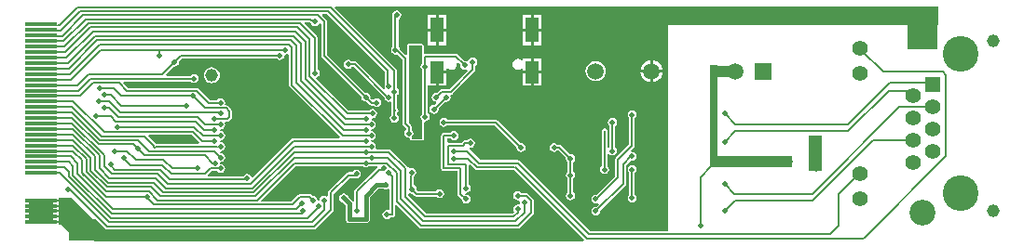
<source format=gbl>
G04*
G04 #@! TF.GenerationSoftware,Altium Limited,Altium Designer,18.1.7 (191)*
G04*
G04 Layer_Physical_Order=2*
G04 Layer_Color=16711680*
%FSLAX44Y44*%
%MOMM*%
G71*
G01*
G75*
%ADD10C,0.2000*%
%ADD13C,0.1500*%
%ADD82C,0.4000*%
%ADD125C,1.1520*%
%ADD126C,1.5080*%
%ADD127R,1.5080X1.5080*%
%ADD128C,1.3980*%
%ADD129C,2.3550*%
%ADD130C,3.2500*%
%ADD131R,1.3980X1.3980*%
%ADD132R,1.2000X2.0000*%
%ADD133R,1.2000X2.3000*%
%ADD134C,0.5080*%
%ADD135C,1.0000*%
%ADD136R,3.0000X0.3500*%
%ADD137R,2.8000X3.8000*%
%ADD138R,24.9000X1.7000*%
%ADD139R,2.5000X1.1000*%
%ADD140R,0.7000X9.3000*%
%ADD141R,6.9000X1.0000*%
%ADD142R,1.3000X3.2000*%
%ADD143R,2.7000X3.1000*%
%ADD144R,37.7000X1.0000*%
%ADD145R,2.3000X2.1000*%
G36*
X410427Y457874D02*
Y430000D01*
X410622Y429015D01*
X411180Y428180D01*
X456517Y382844D01*
X455991Y381573D01*
X414000D01*
X413015Y381378D01*
X412180Y380820D01*
X377260Y345899D01*
X375882Y346317D01*
X375828Y346586D01*
X374930Y347930D01*
X373586Y348828D01*
X372000Y349144D01*
X370414Y348828D01*
X369070Y347930D01*
X368172Y346586D01*
X368169Y346573D01*
X337009D01*
X336483Y347843D01*
X340066Y351427D01*
X344832D01*
X345070Y351070D01*
X346414Y350172D01*
X348000Y349856D01*
X349586Y350172D01*
X350930Y351070D01*
X351828Y352414D01*
X352144Y354000D01*
X351828Y355586D01*
X350930Y356930D01*
X349586Y357828D01*
X348250Y358094D01*
X347782Y359000D01*
X348250Y359906D01*
X349586Y360172D01*
X350930Y361070D01*
X351828Y362414D01*
X352144Y364000D01*
X351828Y365586D01*
X350930Y366930D01*
X349586Y367828D01*
X348000Y368144D01*
X347882Y368120D01*
X347373Y368686D01*
X348000Y369856D01*
X349586Y370172D01*
X350930Y371070D01*
X351828Y372414D01*
X352144Y374000D01*
X351828Y375586D01*
X350930Y376930D01*
X349586Y377828D01*
X348000Y378144D01*
X347292Y379000D01*
X348000Y379856D01*
X349586Y380172D01*
X350930Y381070D01*
X351828Y382414D01*
X352144Y384000D01*
X351828Y385586D01*
X350930Y386930D01*
X349586Y387828D01*
X348000Y388144D01*
X347292Y389000D01*
X348000Y389856D01*
X349586Y390172D01*
X350930Y391070D01*
X351828Y392414D01*
X352144Y394000D01*
X351914Y395157D01*
X352677Y396427D01*
X354000D01*
X354985Y396622D01*
X355820Y397180D01*
X357820Y399180D01*
X358378Y400015D01*
X358573Y401000D01*
Y406000D01*
X358378Y406985D01*
X357820Y407820D01*
X354820Y410820D01*
X353985Y411378D01*
X353000Y411573D01*
X352677D01*
X351914Y412844D01*
X352144Y414000D01*
X351828Y415586D01*
X350930Y416930D01*
X349586Y417828D01*
X348000Y418144D01*
X346414Y417828D01*
X345070Y416930D01*
X344832Y416573D01*
X338066D01*
X327820Y426820D01*
X326985Y427378D01*
X326000Y427573D01*
X264066D01*
X259386Y432253D01*
X259872Y433427D01*
X320832D01*
X321070Y433070D01*
X322414Y432172D01*
X324000Y431856D01*
X325586Y432172D01*
X326930Y433070D01*
X327828Y434414D01*
X328144Y436000D01*
X327828Y437586D01*
X326930Y438930D01*
X325586Y439828D01*
X324000Y440144D01*
X322414Y439828D01*
X321070Y438930D01*
X320832Y438573D01*
X298872D01*
X298386Y439747D01*
X305579Y446940D01*
X306000Y446856D01*
X307586Y447172D01*
X308930Y448070D01*
X309828Y449414D01*
X310144Y451000D01*
X310060Y451421D01*
X313066Y454426D01*
X398832D01*
X399070Y454070D01*
X400414Y453172D01*
X402000Y452856D01*
X403586Y453172D01*
X404930Y454070D01*
X405828Y455414D01*
X406092Y456742D01*
X406809Y457665D01*
X407000Y457856D01*
X408586Y458172D01*
X409157Y458553D01*
X410427Y457874D01*
D02*
G37*
G36*
X755000Y502000D02*
X755000Y296573D01*
X684066D01*
X619820Y360820D01*
X619820Y360820D01*
X618985Y361378D01*
X618000Y361573D01*
X584066D01*
X573820Y371820D01*
X574365Y372983D01*
X575000Y372856D01*
X576586Y373172D01*
X577930Y374070D01*
X578828Y375414D01*
X579144Y377000D01*
X578828Y378586D01*
X577930Y379930D01*
X576586Y380828D01*
X575000Y381144D01*
X573414Y380828D01*
X572070Y379930D01*
X571832Y379574D01*
X570000D01*
X569015Y379378D01*
X568180Y378820D01*
X566934Y377573D01*
X555000D01*
X554843Y377542D01*
X553573Y378494D01*
Y381427D01*
X556832D01*
X557070Y381070D01*
X558414Y380172D01*
X560000Y379856D01*
X561586Y380172D01*
X562930Y381070D01*
X563828Y382414D01*
X564144Y384000D01*
X563828Y385586D01*
X562930Y386930D01*
X561586Y387828D01*
X560000Y388144D01*
X558414Y387828D01*
X557070Y386930D01*
X556832Y386573D01*
X551000D01*
X550015Y386378D01*
X549180Y385820D01*
X548622Y384985D01*
X548427Y384000D01*
Y354000D01*
X548622Y353015D01*
X549180Y352180D01*
X550015Y351622D01*
X551000Y351427D01*
X563427D01*
Y331000D01*
X563622Y330015D01*
X564180Y329180D01*
X566940Y326421D01*
X566856Y326000D01*
X567172Y324414D01*
X568070Y323070D01*
X569414Y322172D01*
X571000Y321856D01*
X572586Y322172D01*
X573930Y323070D01*
X574828Y324414D01*
X575144Y326000D01*
X574828Y327586D01*
X573930Y328930D01*
X572586Y329828D01*
X571000Y330144D01*
X570882Y330120D01*
X570372Y330686D01*
X571000Y331856D01*
X572586Y332172D01*
X573930Y333070D01*
X574828Y334414D01*
X575144Y336000D01*
X574828Y337586D01*
X573930Y338930D01*
X573573Y339168D01*
Y356991D01*
X574843Y357517D01*
X579180Y353180D01*
X580015Y352622D01*
X581000Y352426D01*
X614934D01*
X678341Y289020D01*
X677814Y287750D01*
X233000Y287750D01*
Y295000D01*
X211000Y295000D01*
X203000Y303000D01*
X201000D01*
Y327000D01*
X213000D01*
X233000Y307000D01*
Y307701D01*
X234173Y308187D01*
X243180Y299180D01*
X244015Y298622D01*
X245000Y298427D01*
X432839D01*
X433823Y298622D01*
X434658Y299180D01*
X449820Y314342D01*
X450378Y315177D01*
X450573Y316161D01*
Y330934D01*
X465066Y345426D01*
X469533D01*
X469914Y345172D01*
X471500Y344856D01*
X473086Y345172D01*
X474430Y346070D01*
X475328Y347414D01*
X475644Y349000D01*
X475328Y350586D01*
X474430Y351930D01*
X473086Y352828D01*
X471500Y353144D01*
X469914Y352828D01*
X468570Y351930D01*
X467672Y350586D01*
X467669Y350573D01*
X464000D01*
X463015Y350378D01*
X462180Y349820D01*
X446180Y333820D01*
X445622Y332985D01*
X445426Y332000D01*
Y329126D01*
X444156Y328447D01*
X443586Y328828D01*
X442000Y329144D01*
X440414Y328828D01*
X439070Y327930D01*
X438172Y326586D01*
X437908Y325258D01*
X437589Y324847D01*
X436539Y324877D01*
X436120Y325118D01*
X435828Y326586D01*
X434930Y327930D01*
X433586Y328828D01*
X432000Y329144D01*
X431580Y329060D01*
X430820Y329820D01*
X429985Y330378D01*
X429000Y330574D01*
X420000D01*
X419015Y330378D01*
X418180Y329820D01*
X412030Y323669D01*
X385072D01*
X384546Y324939D01*
X416033Y356427D01*
X476832D01*
X477070Y356070D01*
X478414Y355172D01*
X480000Y354856D01*
X481586Y355172D01*
X482930Y356070D01*
X483168Y356427D01*
X490299D01*
X490684Y355157D01*
X490180Y354820D01*
X470180Y334820D01*
X469622Y333985D01*
X469426Y333000D01*
Y323830D01*
X469402Y323820D01*
X468157Y323619D01*
X467541Y324541D01*
X463911Y328171D01*
X463828Y328586D01*
X462930Y329930D01*
X461586Y330828D01*
X460000Y331144D01*
X458414Y330828D01*
X457070Y329930D01*
X456172Y328586D01*
X455856Y327000D01*
X456172Y325414D01*
X457070Y324070D01*
X458414Y323172D01*
X458829Y323089D01*
X461407Y320512D01*
Y308000D01*
X461680Y306625D01*
X462459Y305459D01*
X463625Y304681D01*
X465000Y304407D01*
X480000D01*
X481375Y304681D01*
X482541Y305459D01*
X483320Y306625D01*
X483593Y308000D01*
Y327512D01*
X491488Y335407D01*
X496062D01*
X496414Y335172D01*
X498000Y334856D01*
X499586Y335172D01*
X500157Y335553D01*
X501427Y334874D01*
Y316677D01*
X500157Y315914D01*
X499000Y316144D01*
X497414Y315828D01*
X496070Y314930D01*
X495172Y313586D01*
X494856Y312000D01*
X495172Y310414D01*
X496070Y309070D01*
X497414Y308172D01*
X499000Y307856D01*
X500586Y308172D01*
X501930Y309070D01*
X502168Y309426D01*
X504000D01*
X504985Y309622D01*
X505820Y310180D01*
X506378Y311015D01*
X506573Y312000D01*
Y320128D01*
X507747Y320614D01*
X528180Y300180D01*
X529015Y299622D01*
X530000Y299427D01*
X618000D01*
X618985Y299622D01*
X619820Y300180D01*
X631820Y312180D01*
X632378Y313015D01*
X632574Y314000D01*
Y325000D01*
X632378Y325985D01*
X631820Y326820D01*
X627820Y330820D01*
X626985Y331378D01*
X626000Y331573D01*
X621168D01*
X620930Y331930D01*
X619586Y332828D01*
X618000Y333144D01*
X616414Y332828D01*
X615070Y331930D01*
X614172Y330586D01*
X613856Y329000D01*
X614172Y327414D01*
X615070Y326070D01*
X616414Y325172D01*
X618000Y324856D01*
X619072Y325070D01*
X619102Y325056D01*
X620056Y324102D01*
X620070Y324072D01*
X619856Y323000D01*
X620070Y321928D01*
X620056Y321898D01*
X619102Y320944D01*
X619072Y320930D01*
X618000Y321144D01*
X616414Y320828D01*
X615070Y319930D01*
X614172Y318586D01*
X613856Y317000D01*
X614172Y315414D01*
X614814Y314453D01*
X612934Y312573D01*
X535066D01*
X518573Y329066D01*
Y330874D01*
X519843Y331553D01*
X520414Y331172D01*
X522000Y330856D01*
X522421Y330940D01*
X524180Y329180D01*
X525015Y328622D01*
X526000Y328427D01*
X543832D01*
X544070Y328070D01*
X545414Y327172D01*
X547000Y326856D01*
X548586Y327172D01*
X549930Y328070D01*
X550828Y329414D01*
X551144Y331000D01*
X550828Y332586D01*
X549930Y333930D01*
X548586Y334828D01*
X547000Y335144D01*
X545414Y334828D01*
X544070Y333930D01*
X543832Y333573D01*
X527066D01*
X526060Y334579D01*
X526144Y335000D01*
X525828Y336586D01*
X524930Y337930D01*
X523586Y338828D01*
X523573Y338831D01*
Y346998D01*
X524430Y347570D01*
X525328Y348914D01*
X525644Y350500D01*
X525328Y352086D01*
X524430Y353430D01*
X523086Y354328D01*
X521500Y354644D01*
X519914Y354328D01*
X519816Y354263D01*
X518405Y354847D01*
X518378Y354985D01*
X517820Y355820D01*
X502820Y370820D01*
X501985Y371378D01*
X501000Y371573D01*
X489678D01*
X488914Y372844D01*
X489144Y374000D01*
X488828Y375586D01*
X487930Y376930D01*
X486586Y377828D01*
X485258Y378092D01*
X485131Y378191D01*
X484925Y379485D01*
X485179Y379892D01*
X486586Y380172D01*
X487930Y381070D01*
X488828Y382414D01*
X489144Y384000D01*
X488828Y385586D01*
X487930Y386930D01*
X486586Y387828D01*
X485258Y388092D01*
X485131Y388191D01*
X484925Y389485D01*
X485179Y389892D01*
X486586Y390172D01*
X487930Y391070D01*
X488828Y392414D01*
X489144Y394000D01*
X488828Y395586D01*
X487930Y396930D01*
X486586Y397828D01*
X485073Y398129D01*
X485004Y398236D01*
X485028Y398755D01*
X486000Y399856D01*
X487586Y400172D01*
X488930Y401070D01*
X489828Y402414D01*
X490144Y404000D01*
X489828Y405586D01*
X488930Y406930D01*
X487586Y407828D01*
X486000Y408144D01*
X484414Y407828D01*
X483070Y406930D01*
X482832Y406573D01*
X464066D01*
X434899Y435740D01*
X435317Y437118D01*
X435586Y437172D01*
X436930Y438070D01*
X437828Y439414D01*
X438144Y441000D01*
X437828Y442586D01*
X436930Y443930D01*
X436573Y444168D01*
Y473000D01*
X436378Y473985D01*
X435820Y474820D01*
X424242Y486397D01*
X424728Y487570D01*
X428790D01*
X430180Y486180D01*
X430447Y486002D01*
X431070Y485070D01*
X432414Y484172D01*
X434000Y483856D01*
X435586Y484172D01*
X436930Y485070D01*
X437391Y485760D01*
X438911Y486144D01*
X439038Y486113D01*
X439427Y485824D01*
Y457000D01*
X439622Y456015D01*
X440180Y455180D01*
X475940Y419421D01*
X475856Y419000D01*
X476172Y417414D01*
X477070Y416070D01*
X478414Y415172D01*
X480000Y414856D01*
X480421Y414940D01*
X483180Y412180D01*
X484015Y411622D01*
X485000Y411427D01*
X486832D01*
X487070Y411070D01*
X488414Y410172D01*
X490000Y409856D01*
X491586Y410172D01*
X492930Y411070D01*
X493828Y412414D01*
X494144Y414000D01*
X493828Y415586D01*
X492930Y416930D01*
X491586Y417828D01*
X490000Y418144D01*
X488414Y417828D01*
X487070Y416930D01*
X485707Y416932D01*
X484060Y418579D01*
X484144Y419000D01*
X483828Y420586D01*
X482930Y421930D01*
X481586Y422828D01*
X480000Y423144D01*
X479580Y423060D01*
X444574Y458066D01*
Y488000D01*
X444378Y488985D01*
X443820Y489820D01*
X440194Y493445D01*
X440680Y494618D01*
X444742D01*
X497426Y441934D01*
Y430967D01*
X497172Y430586D01*
X496856Y429000D01*
X497172Y427414D01*
X497475Y426960D01*
X496489Y426151D01*
X471820Y450820D01*
X470985Y451378D01*
X470000Y451573D01*
X467168D01*
X466930Y451930D01*
X465586Y452828D01*
X464000Y453144D01*
X462414Y452828D01*
X461070Y451930D01*
X460172Y450586D01*
X459856Y449000D01*
X460172Y447414D01*
X461070Y446070D01*
X462414Y445172D01*
X464000Y444856D01*
X465586Y445172D01*
X466930Y446070D01*
X467168Y446427D01*
X468934D01*
X496979Y418381D01*
X497172Y417414D01*
X498070Y416070D01*
X499414Y415172D01*
X501000Y414856D01*
X502156Y415086D01*
X503427Y414323D01*
Y408000D01*
X503526Y407500D01*
X503427Y407000D01*
Y403168D01*
X503070Y402930D01*
X502172Y401586D01*
X501856Y400000D01*
X502172Y398414D01*
X503070Y397070D01*
X504414Y396172D01*
X506000Y395856D01*
X507586Y396172D01*
X508930Y397070D01*
X509828Y398414D01*
X510144Y400000D01*
X509828Y401586D01*
X508930Y402930D01*
X508573Y403168D01*
Y404934D01*
X508820Y405180D01*
X509378Y406015D01*
X509574Y407000D01*
Y407000D01*
X509378Y407985D01*
X508820Y408820D01*
X508573Y409066D01*
Y420832D01*
X508930Y421070D01*
X509828Y422414D01*
X510144Y424000D01*
X509828Y425586D01*
X508930Y426930D01*
X508573Y427168D01*
Y443000D01*
X508378Y443985D01*
X507820Y444820D01*
X451813Y500827D01*
X452299Y502000D01*
X755000Y502000D01*
D02*
G37*
G36*
X328517Y377843D02*
X327991Y376573D01*
X289000D01*
X288986Y376571D01*
X288820Y376820D01*
X282386Y383253D01*
X282872Y384426D01*
X321934D01*
X328517Y377843D01*
D02*
G37*
%LPC*%
G36*
X340000Y446347D02*
X338098Y446096D01*
X336327Y445363D01*
X334805Y444195D01*
X333638Y442673D01*
X332904Y440901D01*
X332653Y439000D01*
X332904Y437099D01*
X333638Y435327D01*
X334805Y433805D01*
X336327Y432637D01*
X338098Y431903D01*
X340000Y431653D01*
X341902Y431903D01*
X343673Y432637D01*
X345195Y433805D01*
X346363Y435327D01*
X347096Y437099D01*
X347347Y439000D01*
X347096Y440901D01*
X346363Y442673D01*
X345195Y444195D01*
X343673Y445363D01*
X341902Y446096D01*
X340000Y446347D01*
D02*
G37*
G36*
X639740Y494470D02*
X632470D01*
Y481700D01*
X639740D01*
Y494470D01*
D02*
G37*
G36*
X553240D02*
X545970D01*
Y481700D01*
X553240D01*
Y494470D01*
D02*
G37*
G36*
X629930D02*
X622660D01*
Y481700D01*
X629930D01*
Y494470D01*
D02*
G37*
G36*
X543430D02*
X536160D01*
Y481700D01*
X543430D01*
Y494470D01*
D02*
G37*
G36*
X639740Y479160D02*
X632470D01*
Y466390D01*
X639740D01*
Y479160D01*
D02*
G37*
G36*
X629930D02*
X622660D01*
Y466390D01*
X629930D01*
Y479160D01*
D02*
G37*
G36*
X553240D02*
X545970D01*
Y466390D01*
X553240D01*
Y479160D01*
D02*
G37*
G36*
X543430D02*
X536160D01*
Y466390D01*
X543430D01*
Y479160D01*
D02*
G37*
G36*
X629930Y454370D02*
X622660D01*
Y452905D01*
X621692Y452537D01*
X621390Y452477D01*
X619863Y453497D01*
X618000Y453867D01*
X616137Y453497D01*
X614558Y452442D01*
X613503Y450863D01*
X613133Y449000D01*
X613503Y447137D01*
X614558Y445558D01*
X616137Y444503D01*
X618000Y444132D01*
X619863Y444503D01*
X621390Y445523D01*
X621692Y445463D01*
X622660Y445095D01*
Y443100D01*
X629930D01*
Y454370D01*
D02*
G37*
G36*
X740870Y452680D02*
Y443950D01*
X749600D01*
X749420Y445311D01*
X748405Y447763D01*
X746789Y449869D01*
X744684Y451485D01*
X742231Y452500D01*
X740870Y452680D01*
D02*
G37*
G36*
X738330D02*
X736969Y452500D01*
X734517Y451485D01*
X732411Y449869D01*
X730795Y447763D01*
X729780Y445311D01*
X729600Y443950D01*
X738330D01*
Y452680D01*
D02*
G37*
G36*
X639740Y454370D02*
X632470D01*
Y443100D01*
X639740D01*
Y454370D01*
D02*
G37*
G36*
X688800Y451822D02*
X686434Y451511D01*
X684229Y450597D01*
X682336Y449145D01*
X680883Y447251D01*
X679969Y445046D01*
X679658Y442680D01*
X679969Y440314D01*
X680883Y438109D01*
X682336Y436216D01*
X684229Y434763D01*
X686434Y433849D01*
X688800Y433538D01*
X691166Y433849D01*
X693371Y434763D01*
X695265Y436216D01*
X696717Y438109D01*
X697631Y440314D01*
X697942Y442680D01*
X697631Y445046D01*
X696717Y447251D01*
X695265Y449145D01*
X693371Y450597D01*
X691166Y451511D01*
X688800Y451822D01*
D02*
G37*
G36*
X749600Y441410D02*
X740870D01*
Y432680D01*
X742231Y432859D01*
X744684Y433875D01*
X746789Y435491D01*
X748405Y437597D01*
X749420Y440049D01*
X749600Y441410D01*
D02*
G37*
G36*
X738330D02*
X729600D01*
X729780Y440049D01*
X730795Y437597D01*
X732411Y435491D01*
X734517Y433875D01*
X736969Y432859D01*
X738330Y432680D01*
Y441410D01*
D02*
G37*
G36*
X639740Y440560D02*
X632470D01*
Y429290D01*
X639740D01*
Y440560D01*
D02*
G37*
G36*
X629930D02*
X622660D01*
Y429290D01*
X629930D01*
Y440560D01*
D02*
G37*
G36*
X553240D02*
X545970D01*
Y429290D01*
X553240D01*
Y440560D01*
D02*
G37*
G36*
X508000Y498144D02*
X506414Y497828D01*
X505070Y496930D01*
X504172Y495586D01*
X503856Y494000D01*
X504172Y492414D01*
X504427Y492033D01*
Y465168D01*
X504070Y464930D01*
X503172Y463586D01*
X502856Y462000D01*
X503172Y460414D01*
X504070Y459070D01*
X505414Y458172D01*
X507000Y457856D01*
X508255Y458106D01*
X513427Y452934D01*
Y395000D01*
X513622Y394015D01*
X514180Y393180D01*
X516706Y390655D01*
X516614Y389294D01*
X516070Y388930D01*
X515172Y387586D01*
X514856Y386000D01*
X515172Y384414D01*
X516070Y383070D01*
X517414Y382172D01*
X518719Y381912D01*
X519847Y381420D01*
X520016Y380848D01*
X520159Y380269D01*
X520193Y380248D01*
X520204Y380210D01*
X520404Y379963D01*
X520485Y379919D01*
X520520Y379834D01*
X521029Y379623D01*
X521513Y379360D01*
X521601Y379386D01*
X521687Y379350D01*
X531000Y379350D01*
X532166Y379834D01*
X532650Y381000D01*
Y396124D01*
X533631Y396930D01*
X534000Y396856D01*
X535586Y397172D01*
X536930Y398070D01*
X537828Y399414D01*
X538144Y401000D01*
X537828Y402586D01*
X536930Y403930D01*
X536573Y404168D01*
Y429290D01*
X543430D01*
Y441830D01*
X544700D01*
Y443100D01*
X553240D01*
Y445245D01*
X554510Y445630D01*
X554558Y445558D01*
X556137Y444503D01*
X558000Y444132D01*
X559863Y444503D01*
X561442Y445558D01*
X562497Y447137D01*
X562868Y449000D01*
X562695Y449870D01*
X563865Y450496D01*
X565940Y448420D01*
X565856Y448000D01*
X566172Y446414D01*
X567070Y445070D01*
X568414Y444172D01*
X570000Y443856D01*
X571586Y444172D01*
X572039Y444475D01*
X572849Y443489D01*
X555934Y426573D01*
X549000D01*
X548015Y426378D01*
X547180Y425820D01*
X544421Y423060D01*
X544000Y423144D01*
X542414Y422828D01*
X541070Y421930D01*
X540172Y420586D01*
X539856Y419000D01*
X540172Y417414D01*
X541070Y416070D01*
X542414Y415172D01*
X543517Y414953D01*
X544026Y413665D01*
X542421Y412060D01*
X542000Y412144D01*
X540414Y411828D01*
X539070Y410930D01*
X538172Y409586D01*
X537856Y408000D01*
X538172Y406414D01*
X539070Y405070D01*
X540414Y404172D01*
X542000Y403856D01*
X543586Y404172D01*
X544930Y405070D01*
X545828Y406414D01*
X546144Y408000D01*
X546060Y408420D01*
X552579Y414940D01*
X553000Y414856D01*
X554586Y415172D01*
X555930Y416070D01*
X556828Y417414D01*
X557144Y419000D01*
X556914Y420157D01*
X556924Y420304D01*
X557466Y421302D01*
X557701Y421566D01*
X557985Y421622D01*
X558820Y422180D01*
X578820Y442180D01*
X579378Y443015D01*
X579573Y444000D01*
Y447832D01*
X579930Y448070D01*
X580828Y449414D01*
X581144Y451000D01*
X580828Y452586D01*
X579930Y453930D01*
X578586Y454828D01*
X577000Y455144D01*
X575414Y454828D01*
X574070Y453930D01*
X573172Y452586D01*
X573121Y452330D01*
X571710Y451745D01*
X571586Y451828D01*
X570000Y452144D01*
X569580Y452060D01*
X563820Y457820D01*
X562985Y458378D01*
X562000Y458573D01*
X534000D01*
X533920Y458558D01*
X532650Y459544D01*
Y466000D01*
X532166Y467166D01*
X531000Y467650D01*
X519000Y467650D01*
X517834Y467166D01*
X517350Y466000D01*
Y457948D01*
X516177Y457462D01*
X511021Y462619D01*
X510828Y463586D01*
X509930Y464930D01*
X509574Y465168D01*
Y490169D01*
X509586Y490172D01*
X510930Y491070D01*
X511828Y492414D01*
X512144Y494000D01*
X511828Y495586D01*
X510930Y496930D01*
X509586Y497828D01*
X508000Y498144D01*
D02*
G37*
G36*
X704000Y400144D02*
X702414Y399828D01*
X701070Y398930D01*
X700172Y397586D01*
X699856Y396000D01*
X700172Y394414D01*
X701070Y393070D01*
X701427Y392832D01*
Y373630D01*
X700844Y373160D01*
X699574Y373767D01*
Y388000D01*
X699378Y388985D01*
X698820Y389820D01*
X697985Y390378D01*
X697000Y390573D01*
X696015Y390378D01*
X695180Y389820D01*
X694622Y388985D01*
X694427Y388000D01*
Y356168D01*
X694070Y355930D01*
X693172Y354586D01*
X692857Y353000D01*
X693172Y351414D01*
X694070Y350070D01*
X695414Y349172D01*
X697000Y348856D01*
X698586Y349172D01*
X699930Y350070D01*
X700828Y351414D01*
X701144Y353000D01*
X700828Y354586D01*
X699930Y355930D01*
X699574Y356168D01*
Y367024D01*
X700844Y367409D01*
X701070Y367070D01*
X702414Y366172D01*
X704000Y365856D01*
X705586Y366172D01*
X706930Y367070D01*
X707828Y368414D01*
X708144Y370000D01*
X707828Y371586D01*
X706930Y372930D01*
X706573Y373168D01*
Y392832D01*
X706930Y393070D01*
X707828Y394414D01*
X708144Y396000D01*
X707828Y397586D01*
X706930Y398930D01*
X705586Y399828D01*
X704000Y400144D01*
D02*
G37*
G36*
X551000D02*
X549414Y399828D01*
X548070Y398930D01*
X547172Y397586D01*
X546856Y396000D01*
X547172Y394414D01*
X548070Y393070D01*
X549414Y392172D01*
X551000Y391856D01*
X552586Y392172D01*
X553930Y393070D01*
X554168Y393427D01*
X596934D01*
X616940Y373420D01*
X616856Y373000D01*
X617172Y371414D01*
X618070Y370070D01*
X619414Y369172D01*
X621000Y368856D01*
X622586Y369172D01*
X623930Y370070D01*
X624828Y371414D01*
X625144Y373000D01*
X624828Y374586D01*
X623930Y375930D01*
X622586Y376828D01*
X621000Y377144D01*
X620579Y377060D01*
X599820Y397820D01*
X598985Y398378D01*
X598000Y398573D01*
X554168D01*
X553930Y398930D01*
X552586Y399828D01*
X551000Y400144D01*
D02*
G37*
G36*
X722000Y407144D02*
X720414Y406828D01*
X719070Y405930D01*
X718172Y404586D01*
X717857Y403000D01*
X718172Y401414D01*
X719070Y400070D01*
X719427Y399832D01*
Y376066D01*
X707180Y363820D01*
X706622Y362985D01*
X706427Y362000D01*
Y347066D01*
X689421Y330060D01*
X689000Y330144D01*
X687414Y329828D01*
X686070Y328930D01*
X685172Y327586D01*
X684856Y326000D01*
X685172Y324414D01*
X686070Y323070D01*
X687414Y322172D01*
X689000Y321856D01*
X690586Y322172D01*
X691040Y322475D01*
X691849Y321489D01*
X689420Y319060D01*
X689000Y319144D01*
X687414Y318828D01*
X686070Y317930D01*
X685172Y316586D01*
X684856Y315000D01*
X685172Y313414D01*
X686070Y312070D01*
X687414Y311172D01*
X689000Y310856D01*
X690586Y311172D01*
X691930Y312070D01*
X692828Y313414D01*
X693144Y315000D01*
X693060Y315421D01*
X715820Y338180D01*
X716378Y339015D01*
X716573Y340000D01*
Y356934D01*
X720745Y361106D01*
X722000Y360856D01*
X723586Y361172D01*
X724930Y362070D01*
X725828Y363414D01*
X726144Y365000D01*
X725828Y366586D01*
X724930Y367930D01*
X723586Y368828D01*
X722000Y369144D01*
X721475Y369039D01*
X720849Y370210D01*
X723820Y373180D01*
X724378Y374015D01*
X724574Y375000D01*
Y399832D01*
X724930Y400070D01*
X725828Y401414D01*
X726144Y403000D01*
X725828Y404586D01*
X724930Y405930D01*
X723586Y406828D01*
X722000Y407144D01*
D02*
G37*
G36*
X651000Y377144D02*
X649414Y376828D01*
X648070Y375930D01*
X647172Y374586D01*
X646856Y373000D01*
X647172Y371414D01*
X648070Y370070D01*
X649414Y369172D01*
X651000Y368856D01*
X652586Y369172D01*
X653930Y370070D01*
X655293Y370067D01*
X661940Y363420D01*
X661856Y363000D01*
X662172Y361414D01*
X663070Y360070D01*
X663427Y359832D01*
Y351168D01*
X663070Y350930D01*
X662172Y349586D01*
X661856Y348000D01*
X662172Y346414D01*
X663070Y345070D01*
X663427Y344832D01*
Y332168D01*
X663070Y331930D01*
X662172Y330586D01*
X661856Y329000D01*
X662172Y327414D01*
X663070Y326070D01*
X664414Y325172D01*
X666000Y324856D01*
X667586Y325172D01*
X668930Y326070D01*
X669828Y327414D01*
X670144Y329000D01*
X669828Y330586D01*
X668930Y331930D01*
X668574Y332168D01*
Y344832D01*
X668930Y345070D01*
X669828Y346414D01*
X670144Y348000D01*
X669828Y349586D01*
X668930Y350930D01*
X668574Y351168D01*
Y359832D01*
X668930Y360070D01*
X669828Y361414D01*
X670144Y363000D01*
X669828Y364586D01*
X668930Y365930D01*
X667586Y366828D01*
X666000Y367144D01*
X665580Y367060D01*
X657820Y374820D01*
X656985Y375378D01*
X656000Y375573D01*
X654168D01*
X653930Y375930D01*
X652586Y376828D01*
X651000Y377144D01*
D02*
G37*
G36*
X722000Y357144D02*
X720414Y356828D01*
X719070Y355930D01*
X718172Y354586D01*
X717857Y353000D01*
X718172Y351414D01*
X719070Y350070D01*
X719427Y349832D01*
Y330168D01*
X719070Y329930D01*
X718172Y328586D01*
X717857Y327000D01*
X718172Y325414D01*
X719070Y324070D01*
X720414Y323172D01*
X722000Y322856D01*
X723586Y323172D01*
X724930Y324070D01*
X725828Y325414D01*
X726144Y327000D01*
X725828Y328586D01*
X724930Y329930D01*
X724574Y330168D01*
Y349832D01*
X724930Y350070D01*
X725828Y351414D01*
X726144Y353000D01*
X725828Y354586D01*
X724930Y355930D01*
X723586Y356828D01*
X722000Y357144D01*
D02*
G37*
%LPD*%
G36*
X531000Y449825D02*
X530172Y448586D01*
X529856Y447000D01*
X530172Y445414D01*
X531000Y444175D01*
Y403825D01*
X530172Y402586D01*
X529856Y401000D01*
X530172Y399414D01*
X531000Y398175D01*
Y381000D01*
X521687Y381000D01*
X521487Y381247D01*
X521746Y382947D01*
X521930Y383070D01*
X522828Y384414D01*
X523144Y386000D01*
X522828Y387586D01*
X522074Y388715D01*
Y391500D01*
X521878Y392485D01*
X521320Y393320D01*
X519000Y395639D01*
X519000Y466000D01*
X531000Y466000D01*
Y449825D01*
D02*
G37*
D10*
X583000Y359000D02*
X618000D01*
X572000Y370000D02*
X583000Y359000D01*
X561000Y370000D02*
X572000D01*
X618000Y359000D02*
X683000Y294000D01*
X618000Y359000D02*
X618000D01*
X561000Y364000D02*
X562000Y363000D01*
X573000D01*
X581000Y355000D02*
X615000D01*
X573000Y363000D02*
X581000Y355000D01*
X598000Y396000D02*
X621000Y373000D01*
X551000Y396000D02*
X598000D01*
X551000Y384000D02*
X560000D01*
X551000Y354000D02*
Y384000D01*
X570000Y377000D02*
X574000D01*
X568000Y375000D02*
X570000Y377000D01*
X555000Y375000D02*
X568000D01*
X604000Y323000D02*
Y348000D01*
X602000Y321000D02*
X604000Y323000D01*
X462000Y461000D02*
X463000Y462000D01*
X521000Y335000D02*
Y348000D01*
Y335000D02*
X522000Y334000D01*
X480500Y358500D02*
X481000Y359000D01*
X480000Y358000D02*
X481000D01*
X480000D02*
X480500Y358500D01*
X618000Y302000D02*
X630000Y314000D01*
X530000Y302000D02*
X618000D01*
X508000Y324000D02*
X530000Y302000D01*
X492000Y353000D02*
X496000D01*
X569000Y449000D02*
X570000D01*
X533000Y401000D02*
X534000Y400000D01*
X519000Y386000D02*
X519500Y386500D01*
Y391500D01*
X516000Y395000D02*
X519500Y391500D01*
X910000Y331000D02*
X928000Y349000D01*
X910000Y302000D02*
Y331000D01*
X902000Y294000D02*
X910000Y302000D01*
X898500Y294000D02*
X902000D01*
X507000Y462000D02*
Y493000D01*
X950000Y442000D02*
X1004000D01*
X931000Y461000D02*
X950000Y442000D01*
X880000Y325000D02*
X886000D01*
X965000Y410000D02*
X997000D01*
X882000Y331000D02*
X886000D01*
X880000D02*
X882000D01*
X815000D02*
X880000D01*
X1004000Y442000D02*
X1007000Y439000D01*
X974000Y425000D02*
X978000Y421000D01*
X914000Y388000D02*
X918000D01*
X990000Y432000D02*
X992000Y434000D01*
X915000Y394000D02*
X918000D01*
X914000D02*
X915000D01*
X816000D02*
X914000D01*
X295000Y440000D02*
X306000Y451000D01*
X228000Y440000D02*
X295000D01*
X218000Y430000D02*
X228000Y440000D01*
X323000Y436000D02*
X324000Y437000D01*
X230000Y436000D02*
X323000D01*
X219000Y425000D02*
X230000Y436000D01*
X256000Y432000D02*
X263000Y425000D01*
X232000Y432000D02*
X256000D01*
X220000Y420000D02*
X232000Y432000D01*
X291000Y457000D02*
X292000Y458000D01*
X239000Y462000D02*
X292000D01*
X212000Y435000D02*
X239000Y462000D01*
X197000Y435000D02*
X212000D01*
X485000Y384000D02*
X486000D01*
X459000D02*
X485000D01*
X238000Y467000D02*
X410000D01*
X211000Y440000D02*
X238000Y467000D01*
X199000Y440000D02*
X211000D01*
X480000Y389000D02*
X481000D01*
X460000D02*
X480000D01*
X236000Y471000D02*
X412000D01*
X210000Y445000D02*
X236000Y471000D01*
X195500Y445000D02*
X210000D01*
X234000Y475000D02*
X414000D01*
X209000Y450000D02*
X234000Y475000D01*
X195500Y450000D02*
X209000D01*
X480000Y399000D02*
X481000D01*
X462000D02*
X480000D01*
X232000Y479000D02*
X415572D01*
X208000Y455000D02*
X232000Y479000D01*
X196500Y455000D02*
X208000D01*
X196500Y460000D02*
X207000D01*
X230096Y483096D02*
X417904D01*
X207000Y460000D02*
X230096Y483096D01*
X433000Y441000D02*
X434000Y442000D01*
X227620Y486620D02*
X420380D01*
X206000Y465000D02*
X227620Y486620D01*
X193000Y465000D02*
X206000D01*
X225144Y490144D02*
X429856D01*
X205000Y470000D02*
X225144Y490144D01*
X197500Y470000D02*
X205000D01*
X222668Y493668D02*
X436332D01*
X204000Y475000D02*
X222668Y493668D01*
X198500Y475000D02*
X204000D01*
X500000Y429000D02*
Y443000D01*
X220192Y497192D02*
X445808D01*
X203000Y480000D02*
X220192Y497192D01*
X198500Y480000D02*
X203000D01*
X218000Y501000D02*
X448000D01*
X202000Y485000D02*
X218000Y501000D01*
X200000Y485000D02*
X202000D01*
X326000Y425000D02*
X337000Y414000D01*
X263000Y425000D02*
X326000D01*
X292000Y462000D02*
X407000D01*
X292000Y458000D02*
Y462000D01*
X313000Y446000D02*
X316000D01*
X320000Y450000D01*
X337000Y414000D02*
X347000D01*
X334000Y409000D02*
X353000D01*
X323000Y420000D02*
X334000Y409000D01*
X323000Y420000D02*
X323000D01*
X258000D02*
X323000D01*
X320000Y451000D02*
X342000D01*
X794000Y356000D02*
Y362000D01*
X784000Y346000D02*
X794000Y356000D01*
X784000Y302000D02*
Y346000D01*
X697000Y353000D02*
Y388000D01*
X508000Y462000D02*
X516000Y454000D01*
Y395000D02*
Y454000D01*
X506000Y424000D02*
Y443000D01*
Y408000D02*
Y424000D01*
Y408000D02*
X507000Y407000D01*
X448000Y501000D02*
X506000Y443000D01*
X507000Y462000D02*
X508000D01*
X506500Y406500D02*
X507000Y407000D01*
X500000Y419000D02*
X501000D01*
X470000Y449000D02*
X500000Y419000D01*
X464000Y449000D02*
X470000D01*
X506000Y400000D02*
Y407000D01*
X436332Y493668D02*
X442000Y488000D01*
Y457000D02*
Y488000D01*
Y457000D02*
X480000Y419000D01*
X485000Y414000D02*
X490000D01*
X480000Y419000D02*
X485000Y414000D01*
X549000Y424000D02*
X557000D01*
X544000Y419000D02*
X549000Y424000D01*
X557000D02*
X577000Y444000D01*
X542000Y408000D02*
X553000Y419000D01*
X630000Y314000D02*
Y325000D01*
X616000Y306000D02*
X624000Y314000D01*
X532000Y306000D02*
X616000D01*
X618000Y314000D02*
Y317000D01*
X614000Y310000D02*
X618000Y314000D01*
X624000Y314000D02*
Y323000D01*
X616000Y355000D02*
X681000Y290000D01*
X721000Y403000D02*
X722000Y402000D01*
X709000Y346000D02*
Y362000D01*
X690500Y327500D02*
X709000Y346000D01*
X714000Y340000D02*
Y358000D01*
X689000Y315000D02*
X714000Y340000D01*
X522000Y335000D02*
X526000Y331000D01*
X546000D01*
X534000Y401000D02*
Y446000D01*
Y400000D02*
Y401000D01*
X533000D02*
X534000D01*
X516000Y328000D02*
Y354000D01*
X501000Y369000D02*
X516000Y354000D01*
X480000Y369000D02*
X501000D01*
X512000Y326000D02*
Y352000D01*
X500000Y364000D02*
X512000Y352000D01*
X485000Y364000D02*
X500000D01*
X508000Y324000D02*
Y350000D01*
X499000Y359000D02*
X508000Y350000D01*
X481000Y359000D02*
X499000D01*
X501000Y350000D02*
X504000Y347000D01*
X534000Y456000D02*
X562000D01*
X534000Y447000D02*
Y456000D01*
X445808Y497192D02*
X500000Y443000D01*
X534000Y310000D02*
X614000D01*
X683000Y294000D02*
X898500Y294000D01*
X932000Y290000D02*
X933000Y291000D01*
X681000Y290000D02*
X932000Y290000D01*
X886000Y325000D02*
X941000Y380000D01*
X816000Y325000D02*
X882000D01*
X886000Y331000D02*
X965000Y410000D01*
X806000Y340000D02*
X815000Y331000D01*
X806000Y315000D02*
X816000Y325000D01*
X933000Y291000D02*
X933000D01*
X816000Y388000D02*
X915000D01*
X577000Y444000D02*
Y451000D01*
X562000Y456000D02*
X569000Y449000D01*
X504000Y312000D02*
Y347000D01*
X499000Y312000D02*
X504000D01*
X561000Y321000D02*
X602000D01*
X561000D02*
Y347000D01*
X551000Y354000D02*
X566000D01*
Y331000D02*
Y354000D01*
Y331000D02*
X571000Y326000D01*
X555000Y358000D02*
Y375000D01*
X571000Y336000D02*
Y358000D01*
X555000D02*
X571000D01*
X516000Y328000D02*
X534000Y310000D01*
X512000Y326000D02*
X532000Y306000D01*
X1007000Y365000D02*
Y439000D01*
X933000Y291000D02*
X1007000Y365000D01*
X941000Y380000D02*
X975000D01*
X955000Y425000D02*
X974000D01*
X918000Y388000D02*
X955000Y425000D01*
X956000Y432000D02*
X990000D01*
X918000Y394000D02*
X956000Y432000D01*
X806000Y404000D02*
X816000Y394000D01*
X806000Y378000D02*
X816000Y388000D01*
X704000Y370000D02*
Y397000D01*
X697000Y353000D02*
X697000Y353000D01*
X722000Y375000D02*
Y402000D01*
X709000Y362000D02*
X722000Y375000D01*
X561000Y347000D02*
X561000Y347000D01*
X561000D02*
X561000Y347000D01*
X540000Y345000D02*
X561000D01*
X537000Y348000D02*
X540000Y345000D01*
X561000Y347000D02*
X561000D01*
X472000Y333000D02*
X492000Y353000D01*
X480500Y358500D02*
X481000Y358000D01*
X480000Y359000D02*
X480500Y358500D01*
X414967Y359000D02*
X480000D01*
X481000D01*
X618000Y329000D02*
X626000D01*
X630000Y325000D01*
X481000Y454000D02*
X494000Y441000D01*
X473000Y462000D02*
X481000Y454000D01*
X463000Y462000D02*
X473000D01*
X292000Y457000D02*
Y458000D01*
X291000Y457000D02*
X292000D01*
X415000Y369000D02*
X480000D01*
X617000Y329000D02*
X618000D01*
X414984Y364000D02*
X485000D01*
X462000Y461000D02*
Y462000D01*
X432000Y488000D02*
X434000D01*
X429856Y490144D02*
X432000Y488000D01*
X714000Y358000D02*
X721000Y365000D01*
X704000Y397000D02*
X704000Y397000D01*
X704000D02*
X704000D01*
X666000Y328000D02*
Y329000D01*
Y348000D01*
Y363000D01*
X656000Y373000D02*
X666000Y363000D01*
X651000Y373000D02*
X656000D01*
X721000Y353000D02*
Y354000D01*
X722000Y327000D02*
Y353000D01*
X427000Y309000D02*
X437000Y319000D01*
X248000Y309000D02*
X427000D01*
X464000Y348000D02*
X471500D01*
X210000Y336000D02*
X245000Y301000D01*
X442000Y316000D02*
Y325000D01*
X431000Y305000D02*
X442000Y316000D01*
X247000Y305000D02*
X431000D01*
X485000Y394000D02*
X486000D01*
X461000D02*
X485000D01*
X472000Y315000D02*
Y333000D01*
X448000Y332000D02*
X464000Y348000D01*
X448000Y316161D02*
Y332000D01*
X432839Y301000D02*
X448000Y316161D01*
X499000Y313000D02*
X499076Y312994D01*
X399000Y385000D02*
Y425000D01*
X400000Y426000D01*
X257000Y405000D02*
X348000D01*
X243000Y420000D02*
X244000Y421000D01*
X253000Y397000D02*
X325000D01*
X248000Y402000D02*
X253000Y397000D01*
X236000Y402000D02*
X248000D01*
X248000Y421000D02*
X258000Y411000D01*
X242000Y409000D02*
X247000D01*
X255000Y401000D02*
X327000D01*
X247000Y409000D02*
X255000Y401000D01*
X247000Y415000D02*
X257000Y405000D01*
X237000Y415000D02*
X247000D01*
X244000Y421000D02*
X248000D01*
X251000Y427000D02*
X258000Y420000D01*
X238000Y427000D02*
X251000D01*
X214000Y415000D02*
X242000Y387000D01*
X196000Y415000D02*
X214000D01*
X198000Y410000D02*
X213000D01*
X185750Y420000D02*
X220000D01*
X198000Y425000D02*
X219000D01*
X198000Y430000D02*
X218000D01*
X415572Y479000D02*
X425000Y469572D01*
X244000Y328000D02*
X281000D01*
X222000Y350000D02*
X244000Y328000D01*
X293000Y353000D02*
X302000Y344000D01*
X252000Y353000D02*
X293000D01*
X248000Y357000D02*
X252000Y353000D01*
X291000Y349000D02*
X300000Y340000D01*
X249000Y349000D02*
X291000D01*
X242000Y356000D02*
X249000Y349000D01*
X289000Y345000D02*
X298000Y336000D01*
X247000Y345000D02*
X289000D01*
X238000Y354000D02*
X247000Y345000D01*
X287000Y341000D02*
X295856Y332144D01*
X246000Y341000D02*
X287000D01*
X234000Y353000D02*
X246000Y341000D01*
X285000Y337000D02*
X293380Y328620D01*
X245000Y337000D02*
X285000D01*
X230000Y352000D02*
X245000Y337000D01*
X283000Y333000D02*
X290904Y325096D01*
X244000Y333000D02*
X283000D01*
X226000Y351000D02*
X244000Y333000D01*
X281000Y327000D02*
Y328000D01*
X306000Y451000D02*
X312000Y457000D01*
X258000Y411000D02*
X317000D01*
X331000Y379000D02*
X341000D01*
X323000Y387000D02*
X331000Y379000D01*
X242000Y387000D02*
X323000D01*
X332000Y384000D02*
X347000D01*
X324000Y392000D02*
X332000Y384000D01*
X254000Y392000D02*
X324000D01*
X333000Y389000D02*
X340000D01*
X325000Y397000D02*
X333000Y389000D01*
X334000Y394000D02*
X347000D01*
X327000Y401000D02*
X334000Y394000D01*
X304000Y354000D02*
X327000D01*
X296000Y362000D02*
X304000Y354000D01*
X271000Y362000D02*
X296000D01*
X259000Y363000D02*
X260000D01*
X261000D01*
X303000Y349000D02*
X334000D01*
X295000Y357000D02*
X303000Y349000D01*
X266000Y357000D02*
X295000D01*
X302000Y344000D02*
X371000D01*
X300000Y340000D02*
X375000D01*
X339000Y354000D02*
X348000D01*
X334000Y349000D02*
X339000Y354000D01*
X415000Y374000D02*
X486000D01*
X377000Y336000D02*
X415000Y374000D01*
X298000Y336000D02*
X377000D01*
X414000Y379000D02*
X481000D01*
X375000Y340000D02*
X414000Y379000D01*
X371000Y344000D02*
X372000Y345000D01*
X343000Y349000D02*
X354000D01*
X357000Y352000D01*
X434000Y442000D02*
Y473000D01*
X420380Y486620D02*
X434000Y473000D01*
X429000Y438000D02*
Y472000D01*
X417904Y483096D02*
X429000Y472000D01*
X425000Y436000D02*
Y469572D01*
X421000Y434000D02*
Y468000D01*
X414000Y475000D02*
X421000Y468000D01*
X417000Y432000D02*
Y466000D01*
X412000Y471000D02*
X417000Y466000D01*
X413000Y430000D02*
Y464000D01*
X413000D02*
X413000D01*
X410000Y467000D02*
X413000Y464000D01*
X312000Y457000D02*
X402000D01*
X306000Y451000D02*
Y451000D01*
X295856Y332144D02*
X378144D01*
X293380Y328620D02*
X379604D01*
X290904Y325096D02*
X381063D01*
X286904Y321096D02*
X385096D01*
X281000Y327000D02*
X286904Y321096D01*
X260000Y363000D02*
X266000Y357000D01*
X270000Y363000D02*
X271000Y362000D01*
X272484Y372516D02*
X279000Y366000D01*
X334000D02*
X341000Y359000D01*
X279000Y366000D02*
X334000D01*
X342000Y370000D02*
X348000Y364000D01*
X283000Y370000D02*
X342000D01*
X273000Y380000D02*
X283000Y370000D01*
X250000Y317000D02*
X417000D01*
X218000Y349000D02*
X250000Y317000D01*
X214000Y348000D02*
X249000Y313000D01*
X210000Y347000D02*
X248000Y309000D01*
X202000Y350000D02*
X247000Y305000D01*
X270000Y363000D02*
Y363000D01*
X252000Y370000D02*
X263000D01*
X270000Y363000D01*
X417000Y317000D02*
X418000Y318000D01*
X245000Y301000D02*
X432839D01*
X357000Y352000D02*
X375000D01*
X248000Y357000D02*
Y358000D01*
X413000Y430000D02*
X459000Y384000D01*
X417000Y432000D02*
X460000Y389000D01*
X421000Y434000D02*
X461000Y394000D01*
X425000Y436000D02*
X462000Y399000D01*
X463000Y404000D02*
X486000D01*
X429000Y438000D02*
X463000Y404000D01*
X402000Y457000D02*
Y458000D01*
X342000Y399000D02*
X354000D01*
X341000D02*
X342000D01*
X354000D02*
X356000Y401000D01*
Y406000D01*
X353000Y409000D02*
X356000Y406000D01*
X343000Y359000D02*
Y359000D01*
X289000Y374000D02*
X345000D01*
X288000Y373000D02*
X289000Y374000D01*
X385096Y321096D02*
X413096D01*
X385000Y321000D02*
X385096Y321096D01*
X378144Y332144D02*
X415000Y369000D01*
X379604Y328620D02*
X414984Y364000D01*
X381063Y325096D02*
X414967Y359000D01*
X381063Y325096D02*
X381096D01*
X382000Y326000D01*
X379604Y328620D02*
X379620D01*
X380000Y329000D01*
X238000Y380000D02*
X273000D01*
X287000Y374000D02*
Y375000D01*
X278500Y383500D02*
X287000Y375000D01*
X239500Y383500D02*
X278500D01*
X197274Y325000D02*
X203967D01*
X197000Y350000D02*
X202000D01*
X210000Y347000D02*
Y351000D01*
X206000Y355000D02*
X210000Y351000D01*
X197000Y355000D02*
X206000D01*
X198000Y360000D02*
X210000D01*
X214000Y348000D02*
Y356000D01*
X210000Y360000D02*
X214000Y356000D01*
X218000Y349000D02*
Y359000D01*
X212000Y365000D02*
X218000Y359000D01*
X196000Y365000D02*
X212000D01*
X222000Y350000D02*
X224000Y348000D01*
X222000Y350000D02*
Y350000D01*
X226000Y351000D02*
Y363000D01*
X230000Y352000D02*
Y364000D01*
X234000Y353000D02*
Y365000D01*
X214000Y370000D02*
X222000Y362000D01*
Y350000D02*
Y362000D01*
X214000Y375000D02*
X226000Y363000D01*
X214000Y380000D02*
X230000Y364000D01*
X214000Y385000D02*
X234000Y365000D01*
X238000Y354000D02*
Y366000D01*
X214000Y390000D02*
X238000Y366000D01*
X194000Y375000D02*
X214000D01*
X196000Y380000D02*
X214000D01*
X193000Y390000D02*
X214000D01*
X197000Y405000D02*
X213000D01*
X196000Y400000D02*
X213000D01*
Y395000D02*
X242000Y366000D01*
X197000Y395000D02*
X213000D01*
X237000Y376000D02*
X269000D01*
X213000Y400000D02*
X237000Y376000D01*
X213000Y405000D02*
X238000Y380000D01*
X213000Y410000D02*
X239500Y383500D01*
X242000Y356000D02*
Y366000D01*
X269000Y376000D02*
X272484Y372516D01*
X272484D01*
X184750Y370000D02*
X214000D01*
X184750Y385000D02*
X214000D01*
X197274Y320000D02*
X203967D01*
X198274Y315000D02*
X204967D01*
X198274Y310000D02*
X204967D01*
X198274Y305000D02*
X204967D01*
X413096Y321096D02*
X420000Y328000D01*
X429000D01*
X432000Y325000D01*
X417572Y317572D02*
X422000Y322000D01*
X249000Y313000D02*
X421838D01*
D13*
X399000Y385000D02*
X437000D01*
X392000D02*
X399000D01*
D82*
X490000Y339000D02*
X498000D01*
X480000Y329000D02*
X490000Y339000D01*
X480000Y308000D02*
Y329000D01*
X465000Y308000D02*
X480000D01*
X460000Y327000D02*
X465000Y322000D01*
Y308000D02*
Y322000D01*
D125*
X1050000Y315000D02*
D03*
X340000Y439000D02*
D03*
X1050000Y470000D02*
D03*
D126*
X688800Y442680D02*
D03*
X739600D02*
D03*
X815800D02*
D03*
D127*
X841200D02*
D03*
D128*
X928700Y440500D02*
D03*
Y463400D02*
D03*
Y349100D02*
D03*
Y326200D02*
D03*
X977000Y359200D02*
D03*
X994800Y369400D02*
D03*
X977000Y379600D02*
D03*
X994800Y389800D02*
D03*
X977000Y400000D02*
D03*
X994800Y410200D02*
D03*
X977000Y420400D02*
D03*
D129*
X985900Y476100D02*
D03*
Y313500D02*
D03*
D130*
X1020200Y458300D02*
D03*
Y331300D02*
D03*
D131*
X994800Y430600D02*
D03*
D132*
X631200Y441830D02*
D03*
X544700D02*
D03*
D133*
X631200Y480430D02*
D03*
X544700D02*
D03*
D134*
X749000Y334000D02*
D03*
Y416000D02*
D03*
X645000Y345000D02*
D03*
X635000Y357000D02*
D03*
X644000Y315000D02*
D03*
X615000Y346000D02*
D03*
X551000Y396000D02*
D03*
X560000Y384000D02*
D03*
X575000Y377000D02*
D03*
X621000Y373000D02*
D03*
X604000Y348000D02*
D03*
X560000Y363000D02*
D03*
Y370000D02*
D03*
X519000Y386000D02*
D03*
X508000Y494000D02*
D03*
X313000Y446000D02*
D03*
X324000Y436000D02*
D03*
X323000Y420000D02*
D03*
X342000Y451000D02*
D03*
X784000Y302000D02*
D03*
X619000Y423000D02*
D03*
X507000Y462000D02*
D03*
X501000Y419000D02*
D03*
X506000Y400000D02*
D03*
X527000Y393000D02*
D03*
Y386000D02*
D03*
X521500Y350500D02*
D03*
X490000Y414000D02*
D03*
X542000Y408000D02*
D03*
X544000Y419000D02*
D03*
X553000D02*
D03*
X547000Y331000D02*
D03*
X522000Y335000D02*
D03*
Y457000D02*
D03*
X528000D02*
D03*
Y463000D02*
D03*
X522000D02*
D03*
X534000Y401000D02*
D03*
X506000Y424000D02*
D03*
X501000Y350000D02*
D03*
X534000Y447000D02*
D03*
X501000Y429000D02*
D03*
X496000Y354000D02*
D03*
X806000Y315000D02*
D03*
Y340000D02*
D03*
Y404000D02*
D03*
X806000Y378000D02*
D03*
X704000Y396000D02*
D03*
X537000Y351000D02*
D03*
X689000Y326000D02*
D03*
Y315000D02*
D03*
X480000Y359000D02*
D03*
X624000Y323000D02*
D03*
X618000Y317000D02*
D03*
Y329000D02*
D03*
X577000Y451000D02*
D03*
X570000Y448000D02*
D03*
X488000Y324000D02*
D03*
X481000Y454000D02*
D03*
X479000Y494000D02*
D03*
X462000Y462000D02*
D03*
X434000Y488000D02*
D03*
X722000Y403000D02*
D03*
Y365000D02*
D03*
X704000Y370000D02*
D03*
X666000Y329000D02*
D03*
X651000Y373000D02*
D03*
X666000Y348000D02*
D03*
Y363000D02*
D03*
X561000Y347000D02*
D03*
X571000Y326000D02*
D03*
Y336000D02*
D03*
X722000Y327000D02*
D03*
Y353000D02*
D03*
X697000D02*
D03*
X458000Y320000D02*
D03*
X423000Y315000D02*
D03*
X460000Y327000D02*
D03*
X442000Y325000D02*
D03*
X465000Y335000D02*
D03*
X509000Y303000D02*
D03*
X472000Y315000D02*
D03*
X464000Y449000D02*
D03*
X399000Y385000D02*
D03*
X242000Y409000D02*
D03*
X281000Y328000D02*
D03*
X317000Y411000D02*
D03*
X372000Y345000D02*
D03*
X327000Y354000D02*
D03*
X343000Y349000D02*
D03*
X306000Y451000D02*
D03*
X392000Y385000D02*
D03*
X437000D02*
D03*
X392000Y367000D02*
D03*
X449000Y349000D02*
D03*
X399000Y425000D02*
D03*
X252000Y370000D02*
D03*
X376000Y352000D02*
D03*
X248000Y358000D02*
D03*
X293000Y381000D02*
D03*
X498000Y339000D02*
D03*
X499000Y312000D02*
D03*
X434000Y441000D02*
D03*
X407000Y462000D02*
D03*
X402000Y457000D02*
D03*
X480000Y419000D02*
D03*
X485000Y364000D02*
D03*
Y374000D02*
D03*
Y384000D02*
D03*
Y394000D02*
D03*
X486000Y404000D02*
D03*
X471500Y349000D02*
D03*
X348000Y414000D02*
D03*
Y404000D02*
D03*
X342000Y399000D02*
D03*
X348000Y394000D02*
D03*
X343000Y359000D02*
D03*
X342000Y389000D02*
D03*
Y379000D02*
D03*
X348000Y384000D02*
D03*
X480000Y399000D02*
D03*
Y389000D02*
D03*
Y379000D02*
D03*
Y369000D02*
D03*
X348000Y354000D02*
D03*
Y364000D02*
D03*
X273000Y372000D02*
D03*
X348000Y374000D02*
D03*
X437000Y320000D02*
D03*
X209000Y335000D02*
D03*
X260000Y364000D02*
D03*
X235000Y402000D02*
D03*
X237000Y415000D02*
D03*
X242000Y421000D02*
D03*
X254000Y392000D02*
D03*
X292000Y457000D02*
D03*
X432000Y325000D02*
D03*
X422000Y322000D02*
D03*
X238000Y427000D02*
D03*
D135*
X863000Y360000D02*
D03*
X849000D02*
D03*
X889000Y356000D02*
D03*
Y378000D02*
D03*
D136*
X184750Y325000D02*
D03*
Y460000D02*
D03*
Y455000D02*
D03*
Y450000D02*
D03*
Y445000D02*
D03*
Y485250D02*
D03*
Y465250D02*
D03*
Y475250D02*
D03*
Y470250D02*
D03*
Y480250D02*
D03*
Y440000D02*
D03*
Y430000D02*
D03*
Y410000D02*
D03*
Y390000D02*
D03*
Y370000D02*
D03*
Y350000D02*
D03*
Y310000D02*
D03*
Y435000D02*
D03*
Y415000D02*
D03*
Y425000D02*
D03*
Y420000D02*
D03*
Y395000D02*
D03*
Y405000D02*
D03*
Y400000D02*
D03*
Y375000D02*
D03*
Y385000D02*
D03*
Y380000D02*
D03*
Y355000D02*
D03*
Y365000D02*
D03*
Y360000D02*
D03*
Y315000D02*
D03*
Y320000D02*
D03*
Y305000D02*
D03*
D137*
X986000Y481000D02*
D03*
D138*
X875500Y493500D02*
D03*
D139*
X806500Y442500D02*
D03*
D140*
X796500Y401500D02*
D03*
D141*
X833500Y360000D02*
D03*
D142*
X888500Y368000D02*
D03*
D143*
X395500Y436500D02*
D03*
D144*
X398500Y293000D02*
D03*
D145*
X184500Y314500D02*
D03*
M02*

</source>
